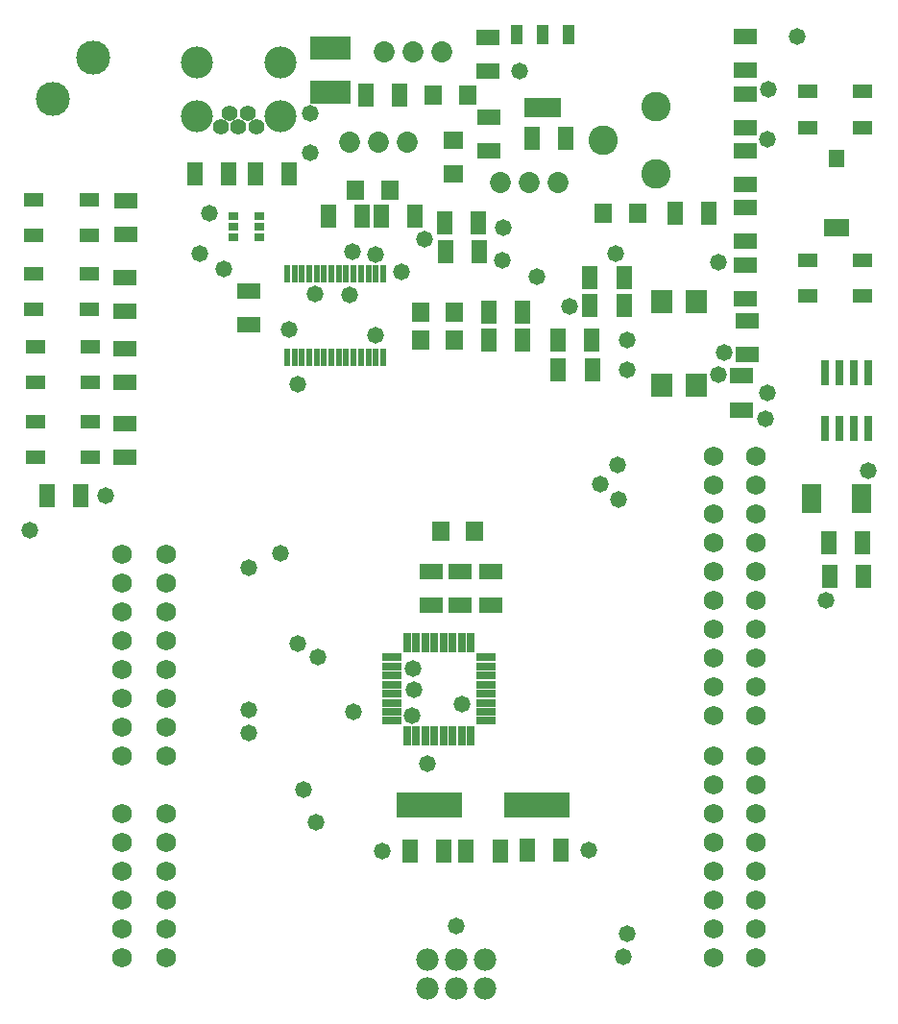
<source format=gts>
G04*
G04 #@! TF.GenerationSoftware,Altium Limited,Altium Designer,19.1.7 (138)*
G04*
G04 Layer_Color=8388736*
%FSLAX25Y25*%
%MOIN*%
G70*
G01*
G75*
%ADD36R,0.05200X0.07900*%
%ADD37R,0.03000X0.08600*%
%ADD38R,0.06706X0.04737*%
%ADD39R,0.06587X0.01981*%
%ADD40R,0.06509X0.01981*%
%ADD41R,0.07900X0.05200*%
%ADD42R,0.02170X0.06300*%
%ADD43R,0.14186X0.08280*%
%ADD44R,0.08674X0.06312*%
%ADD45R,0.05524X0.06312*%
%ADD46R,0.06300X0.07100*%
%ADD47R,0.03556X0.02800*%
%ADD48R,0.07100X0.06300*%
%ADD49R,0.13000X0.07100*%
%ADD50R,0.04100X0.07100*%
%ADD51R,0.22847X0.09068*%
%ADD52R,0.06600X0.02800*%
%ADD53R,0.02800X0.06600*%
%ADD54R,0.07493X0.08280*%
%ADD55C,0.05556*%
%ADD56O,0.11099X0.11099*%
%ADD57C,0.11099*%
%ADD58C,0.07296*%
%ADD59C,0.10249*%
%ADD60C,0.11824*%
%ADD61C,0.07800*%
%ADD62C,0.06800*%
%ADD63C,0.05800*%
G36*
X261866Y273539D02*
Y279445D01*
X270134D01*
Y273539D01*
X261866D01*
D02*
G37*
G36*
X263441Y297555D02*
Y303461D01*
X268559D01*
Y297555D01*
X263441D01*
D02*
G37*
D36*
X192300Y259000D02*
D03*
X180500D02*
D03*
X3800Y183500D02*
D03*
X-8000D02*
D03*
X263700Y155500D02*
D03*
X275500D02*
D03*
X263200Y167000D02*
D03*
X275000D02*
D03*
X142000Y268000D02*
D03*
X130200D02*
D03*
X141800Y278000D02*
D03*
X130000D02*
D03*
X145200Y247000D02*
D03*
X157000D02*
D03*
X119800Y280500D02*
D03*
X108000D02*
D03*
X145200Y237500D02*
D03*
X157000D02*
D03*
X192300Y249500D02*
D03*
X180500D02*
D03*
X89700Y280500D02*
D03*
X101500D02*
D03*
X43200Y295000D02*
D03*
X55000D02*
D03*
X64200D02*
D03*
X76000D02*
D03*
X114500Y322500D02*
D03*
X102700D02*
D03*
X210000Y281500D02*
D03*
X221800D02*
D03*
X172000Y307500D02*
D03*
X160200D02*
D03*
X169200Y237500D02*
D03*
X181000D02*
D03*
X158700Y60500D02*
D03*
X170500D02*
D03*
X169500Y227000D02*
D03*
X181300D02*
D03*
X129800Y60000D02*
D03*
X118000D02*
D03*
X137500D02*
D03*
X149300D02*
D03*
D37*
X262000Y226200D02*
D03*
X267000D02*
D03*
X272000D02*
D03*
X277000D02*
D03*
Y206800D02*
D03*
X272000D02*
D03*
X267000D02*
D03*
X262000D02*
D03*
D38*
X275146Y265299D02*
D03*
Y252701D02*
D03*
X255854D02*
D03*
Y265299D02*
D03*
X6646Y286299D02*
D03*
Y273701D02*
D03*
X-12646D02*
D03*
Y286299D02*
D03*
X6791Y260598D02*
D03*
Y248000D02*
D03*
X-12500D02*
D03*
Y260598D02*
D03*
X7146Y235299D02*
D03*
Y222701D02*
D03*
X-12146D02*
D03*
Y235299D02*
D03*
X7146Y209299D02*
D03*
Y196701D02*
D03*
X-12146D02*
D03*
Y209299D02*
D03*
X275146Y323799D02*
D03*
Y311201D02*
D03*
X255854D02*
D03*
Y323799D02*
D03*
D39*
X257339Y178563D02*
D03*
Y180532D02*
D03*
Y182500D02*
D03*
Y184468D02*
D03*
Y186437D02*
D03*
X274661D02*
D03*
Y184468D02*
D03*
Y182500D02*
D03*
Y180532D02*
D03*
D40*
Y178563D02*
D03*
D41*
X146000Y157300D02*
D03*
Y145500D02*
D03*
X145000Y330700D02*
D03*
Y342500D02*
D03*
X19000Y196700D02*
D03*
Y208500D02*
D03*
Y222700D02*
D03*
Y234500D02*
D03*
Y247500D02*
D03*
Y259300D02*
D03*
X19500Y274000D02*
D03*
Y285800D02*
D03*
X235000Y244300D02*
D03*
Y232500D02*
D03*
X233000Y225000D02*
D03*
Y213200D02*
D03*
X234500Y251700D02*
D03*
Y263500D02*
D03*
Y331000D02*
D03*
Y342800D02*
D03*
Y303300D02*
D03*
Y291500D02*
D03*
Y271700D02*
D03*
Y283500D02*
D03*
Y311000D02*
D03*
Y322800D02*
D03*
X62000Y242700D02*
D03*
Y254500D02*
D03*
X145500Y314800D02*
D03*
Y303000D02*
D03*
X125500Y145500D02*
D03*
Y157300D02*
D03*
X135500D02*
D03*
Y145500D02*
D03*
D42*
X75366Y260394D02*
D03*
X77925D02*
D03*
X80484D02*
D03*
X83043D02*
D03*
X85602D02*
D03*
X88161D02*
D03*
X90720D02*
D03*
X93279D02*
D03*
X95839D02*
D03*
X98398D02*
D03*
X100957D02*
D03*
X103516D02*
D03*
X106075D02*
D03*
X108634D02*
D03*
X75366Y231606D02*
D03*
X77925D02*
D03*
X80484D02*
D03*
X83043D02*
D03*
X85602D02*
D03*
X90720D02*
D03*
X88161D02*
D03*
X93279D02*
D03*
X95839D02*
D03*
X98398D02*
D03*
X100957D02*
D03*
X103516D02*
D03*
X106075D02*
D03*
X108634D02*
D03*
D43*
X90500Y323323D02*
D03*
Y338677D02*
D03*
D44*
X266000Y276492D02*
D03*
D45*
Y300508D02*
D03*
D46*
X133400Y247000D02*
D03*
X121600D02*
D03*
X110900Y289500D02*
D03*
X99100D02*
D03*
X133400Y237500D02*
D03*
X121600D02*
D03*
X126100Y322500D02*
D03*
X137900D02*
D03*
X196900Y281500D02*
D03*
X185100D02*
D03*
X140400Y171000D02*
D03*
X128600D02*
D03*
D47*
X65801Y280516D02*
D03*
Y276776D02*
D03*
Y273035D02*
D03*
X56648D02*
D03*
Y276776D02*
D03*
Y280516D02*
D03*
D48*
X133000Y295100D02*
D03*
Y306900D02*
D03*
D49*
X164000Y318294D02*
D03*
D50*
X154900Y343494D02*
D03*
X164000D02*
D03*
X173100D02*
D03*
D51*
X162000Y76000D02*
D03*
X124598D02*
D03*
D52*
X111800Y105307D02*
D03*
Y108407D02*
D03*
Y111607D02*
D03*
Y114707D02*
D03*
Y117907D02*
D03*
Y121007D02*
D03*
Y124207D02*
D03*
Y127307D02*
D03*
X144200D02*
D03*
Y124207D02*
D03*
Y121007D02*
D03*
X144200Y117907D02*
D03*
X144200Y114707D02*
D03*
Y111607D02*
D03*
Y108407D02*
D03*
Y105307D02*
D03*
D53*
X117000Y132507D02*
D03*
X120100D02*
D03*
X123300D02*
D03*
X126400D02*
D03*
X129600Y132507D02*
D03*
X132700Y132507D02*
D03*
X135900D02*
D03*
X139000D02*
D03*
Y100107D02*
D03*
X135900D02*
D03*
X132700D02*
D03*
X129600D02*
D03*
X126400D02*
D03*
X123300D02*
D03*
X120100D02*
D03*
X117000D02*
D03*
D54*
X217323Y250826D02*
D03*
X205323D02*
D03*
X217323Y221826D02*
D03*
X205323D02*
D03*
D55*
X64799Y311500D02*
D03*
X58500D02*
D03*
X52201D02*
D03*
X61650Y316224D02*
D03*
X55350D02*
D03*
D56*
X73067Y333744D02*
D03*
Y315043D02*
D03*
X43933D02*
D03*
D57*
Y333744D02*
D03*
D58*
X129000Y337500D02*
D03*
X119000D02*
D03*
X109000D02*
D03*
X169500Y292000D02*
D03*
X159500D02*
D03*
X149500D02*
D03*
X117000Y306000D02*
D03*
X107000D02*
D03*
X97000D02*
D03*
D59*
X203500Y295000D02*
D03*
Y318500D02*
D03*
X184996Y306720D02*
D03*
D60*
X8000Y335500D02*
D03*
X-6000Y321000D02*
D03*
D61*
X124000Y12500D02*
D03*
Y22500D02*
D03*
X134000Y12500D02*
D03*
Y22500D02*
D03*
X144000Y12500D02*
D03*
Y22500D02*
D03*
D62*
X223500Y23000D02*
D03*
Y33000D02*
D03*
Y43000D02*
D03*
Y53000D02*
D03*
Y63000D02*
D03*
Y73000D02*
D03*
Y83000D02*
D03*
Y93000D02*
D03*
X18000Y73000D02*
D03*
Y63000D02*
D03*
Y53000D02*
D03*
Y43000D02*
D03*
Y33000D02*
D03*
Y23000D02*
D03*
X33500Y163000D02*
D03*
Y153000D02*
D03*
Y143000D02*
D03*
Y133000D02*
D03*
Y123000D02*
D03*
Y113000D02*
D03*
Y103000D02*
D03*
Y93000D02*
D03*
Y73000D02*
D03*
Y63000D02*
D03*
Y53000D02*
D03*
Y43000D02*
D03*
Y33000D02*
D03*
Y23000D02*
D03*
X223500Y107000D02*
D03*
Y117000D02*
D03*
Y127000D02*
D03*
Y137000D02*
D03*
Y147000D02*
D03*
Y157000D02*
D03*
Y167000D02*
D03*
Y177000D02*
D03*
Y187000D02*
D03*
Y197000D02*
D03*
X238000Y107000D02*
D03*
Y117000D02*
D03*
Y127000D02*
D03*
Y137000D02*
D03*
Y147000D02*
D03*
Y157000D02*
D03*
Y167000D02*
D03*
Y177000D02*
D03*
Y187000D02*
D03*
Y197000D02*
D03*
X18000Y163000D02*
D03*
Y153000D02*
D03*
Y143000D02*
D03*
Y133000D02*
D03*
Y123000D02*
D03*
Y113000D02*
D03*
Y103000D02*
D03*
Y93000D02*
D03*
X238000Y23000D02*
D03*
Y33000D02*
D03*
Y43000D02*
D03*
Y53000D02*
D03*
Y63000D02*
D03*
Y73000D02*
D03*
Y83000D02*
D03*
Y93000D02*
D03*
D63*
X79000Y132000D02*
D03*
X190000Y194000D02*
D03*
X190500Y182086D02*
D03*
X119500Y116000D02*
D03*
X119000Y123500D02*
D03*
X62000Y101000D02*
D03*
Y109000D02*
D03*
X155850Y330850D02*
D03*
X225000Y225500D02*
D03*
X277000Y192000D02*
D03*
X262500Y147000D02*
D03*
X53500Y262000D02*
D03*
X48500Y281500D02*
D03*
X45000Y267500D02*
D03*
X-14000Y171500D02*
D03*
X241500Y210000D02*
D03*
X242000Y219000D02*
D03*
X227000Y233000D02*
D03*
X85000Y253500D02*
D03*
X79000Y222000D02*
D03*
X97000Y253000D02*
D03*
X85500Y70000D02*
D03*
X81000Y81375D02*
D03*
X86000Y127500D02*
D03*
X150000Y265000D02*
D03*
X162000Y259500D02*
D03*
X115000Y261000D02*
D03*
X150500Y276500D02*
D03*
X73000Y163500D02*
D03*
X184000Y187500D02*
D03*
X118750Y107000D02*
D03*
X12500Y183500D02*
D03*
X106000Y267000D02*
D03*
X98000Y268000D02*
D03*
X136000Y111000D02*
D03*
X225000Y264500D02*
D03*
X189500Y267500D02*
D03*
X252300Y342800D02*
D03*
X242000Y307000D02*
D03*
X242500Y324500D02*
D03*
X134125Y34125D02*
D03*
X193500Y31500D02*
D03*
X192000Y23500D02*
D03*
X98500Y108500D02*
D03*
X180000Y60500D02*
D03*
X108500Y60000D02*
D03*
X193500Y237500D02*
D03*
Y227000D02*
D03*
X124000Y90500D02*
D03*
X62000Y158500D02*
D03*
X76000Y241000D02*
D03*
X106000Y239000D02*
D03*
X123000Y272500D02*
D03*
X173500Y249000D02*
D03*
X83500Y302500D02*
D03*
Y316000D02*
D03*
M02*

</source>
